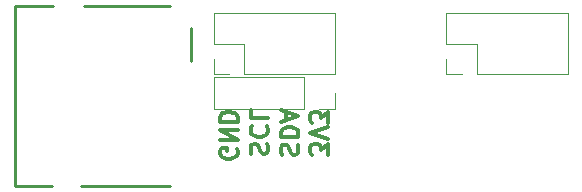
<source format=gbo>
%TF.GenerationSoftware,KiCad,Pcbnew,7.0.1*%
%TF.CreationDate,2023-07-08T21:15:05-04:00*%
%TF.ProjectId,cdm324_exp,63646d33-3234-45f6-9578-702e6b696361,rev?*%
%TF.SameCoordinates,Original*%
%TF.FileFunction,Legend,Bot*%
%TF.FilePolarity,Positive*%
%FSLAX46Y46*%
G04 Gerber Fmt 4.6, Leading zero omitted, Abs format (unit mm)*
G04 Created by KiCad (PCBNEW 7.0.1) date 2023-07-08 21:15:05*
%MOMM*%
%LPD*%
G01*
G04 APERTURE LIST*
%ADD10C,0.300000*%
%ADD11C,0.120000*%
%ADD12C,0.254000*%
G04 APERTURE END LIST*
D10*
X108333571Y-108128570D02*
X108333571Y-107199998D01*
X108333571Y-107199998D02*
X107762142Y-107699998D01*
X107762142Y-107699998D02*
X107762142Y-107485713D01*
X107762142Y-107485713D02*
X107690714Y-107342856D01*
X107690714Y-107342856D02*
X107619285Y-107271427D01*
X107619285Y-107271427D02*
X107476428Y-107199998D01*
X107476428Y-107199998D02*
X107119285Y-107199998D01*
X107119285Y-107199998D02*
X106976428Y-107271427D01*
X106976428Y-107271427D02*
X106905000Y-107342856D01*
X106905000Y-107342856D02*
X106833571Y-107485713D01*
X106833571Y-107485713D02*
X106833571Y-107914284D01*
X106833571Y-107914284D02*
X106905000Y-108057141D01*
X106905000Y-108057141D02*
X106976428Y-108128570D01*
X108333571Y-106771427D02*
X106833571Y-106271427D01*
X106833571Y-106271427D02*
X108333571Y-105771427D01*
X108333571Y-105414285D02*
X108333571Y-104485713D01*
X108333571Y-104485713D02*
X107762142Y-104985713D01*
X107762142Y-104985713D02*
X107762142Y-104771428D01*
X107762142Y-104771428D02*
X107690714Y-104628571D01*
X107690714Y-104628571D02*
X107619285Y-104557142D01*
X107619285Y-104557142D02*
X107476428Y-104485713D01*
X107476428Y-104485713D02*
X107119285Y-104485713D01*
X107119285Y-104485713D02*
X106976428Y-104557142D01*
X106976428Y-104557142D02*
X106905000Y-104628571D01*
X106905000Y-104628571D02*
X106833571Y-104771428D01*
X106833571Y-104771428D02*
X106833571Y-105199999D01*
X106833571Y-105199999D02*
X106905000Y-105342856D01*
X106905000Y-105342856D02*
X106976428Y-105414285D01*
X104405000Y-108128570D02*
X104333571Y-107914285D01*
X104333571Y-107914285D02*
X104333571Y-107557142D01*
X104333571Y-107557142D02*
X104405000Y-107414285D01*
X104405000Y-107414285D02*
X104476428Y-107342856D01*
X104476428Y-107342856D02*
X104619285Y-107271427D01*
X104619285Y-107271427D02*
X104762142Y-107271427D01*
X104762142Y-107271427D02*
X104905000Y-107342856D01*
X104905000Y-107342856D02*
X104976428Y-107414285D01*
X104976428Y-107414285D02*
X105047857Y-107557142D01*
X105047857Y-107557142D02*
X105119285Y-107842856D01*
X105119285Y-107842856D02*
X105190714Y-107985713D01*
X105190714Y-107985713D02*
X105262142Y-108057142D01*
X105262142Y-108057142D02*
X105405000Y-108128570D01*
X105405000Y-108128570D02*
X105547857Y-108128570D01*
X105547857Y-108128570D02*
X105690714Y-108057142D01*
X105690714Y-108057142D02*
X105762142Y-107985713D01*
X105762142Y-107985713D02*
X105833571Y-107842856D01*
X105833571Y-107842856D02*
X105833571Y-107485713D01*
X105833571Y-107485713D02*
X105762142Y-107271427D01*
X104333571Y-106628571D02*
X105833571Y-106628571D01*
X105833571Y-106628571D02*
X105833571Y-106271428D01*
X105833571Y-106271428D02*
X105762142Y-106057142D01*
X105762142Y-106057142D02*
X105619285Y-105914285D01*
X105619285Y-105914285D02*
X105476428Y-105842856D01*
X105476428Y-105842856D02*
X105190714Y-105771428D01*
X105190714Y-105771428D02*
X104976428Y-105771428D01*
X104976428Y-105771428D02*
X104690714Y-105842856D01*
X104690714Y-105842856D02*
X104547857Y-105914285D01*
X104547857Y-105914285D02*
X104405000Y-106057142D01*
X104405000Y-106057142D02*
X104333571Y-106271428D01*
X104333571Y-106271428D02*
X104333571Y-106628571D01*
X104762142Y-105199999D02*
X104762142Y-104485714D01*
X104333571Y-105342856D02*
X105833571Y-104842856D01*
X105833571Y-104842856D02*
X104333571Y-104342856D01*
X101855000Y-108057142D02*
X101783571Y-107842857D01*
X101783571Y-107842857D02*
X101783571Y-107485714D01*
X101783571Y-107485714D02*
X101855000Y-107342857D01*
X101855000Y-107342857D02*
X101926428Y-107271428D01*
X101926428Y-107271428D02*
X102069285Y-107199999D01*
X102069285Y-107199999D02*
X102212142Y-107199999D01*
X102212142Y-107199999D02*
X102355000Y-107271428D01*
X102355000Y-107271428D02*
X102426428Y-107342857D01*
X102426428Y-107342857D02*
X102497857Y-107485714D01*
X102497857Y-107485714D02*
X102569285Y-107771428D01*
X102569285Y-107771428D02*
X102640714Y-107914285D01*
X102640714Y-107914285D02*
X102712142Y-107985714D01*
X102712142Y-107985714D02*
X102855000Y-108057142D01*
X102855000Y-108057142D02*
X102997857Y-108057142D01*
X102997857Y-108057142D02*
X103140714Y-107985714D01*
X103140714Y-107985714D02*
X103212142Y-107914285D01*
X103212142Y-107914285D02*
X103283571Y-107771428D01*
X103283571Y-107771428D02*
X103283571Y-107414285D01*
X103283571Y-107414285D02*
X103212142Y-107199999D01*
X101926428Y-105700000D02*
X101855000Y-105771428D01*
X101855000Y-105771428D02*
X101783571Y-105985714D01*
X101783571Y-105985714D02*
X101783571Y-106128571D01*
X101783571Y-106128571D02*
X101855000Y-106342857D01*
X101855000Y-106342857D02*
X101997857Y-106485714D01*
X101997857Y-106485714D02*
X102140714Y-106557143D01*
X102140714Y-106557143D02*
X102426428Y-106628571D01*
X102426428Y-106628571D02*
X102640714Y-106628571D01*
X102640714Y-106628571D02*
X102926428Y-106557143D01*
X102926428Y-106557143D02*
X103069285Y-106485714D01*
X103069285Y-106485714D02*
X103212142Y-106342857D01*
X103212142Y-106342857D02*
X103283571Y-106128571D01*
X103283571Y-106128571D02*
X103283571Y-105985714D01*
X103283571Y-105985714D02*
X103212142Y-105771428D01*
X103212142Y-105771428D02*
X103140714Y-105700000D01*
X101783571Y-104342857D02*
X101783571Y-105057143D01*
X101783571Y-105057143D02*
X103283571Y-105057143D01*
X100612142Y-107628571D02*
X100683571Y-107771429D01*
X100683571Y-107771429D02*
X100683571Y-107985714D01*
X100683571Y-107985714D02*
X100612142Y-108200000D01*
X100612142Y-108200000D02*
X100469285Y-108342857D01*
X100469285Y-108342857D02*
X100326428Y-108414286D01*
X100326428Y-108414286D02*
X100040714Y-108485714D01*
X100040714Y-108485714D02*
X99826428Y-108485714D01*
X99826428Y-108485714D02*
X99540714Y-108414286D01*
X99540714Y-108414286D02*
X99397857Y-108342857D01*
X99397857Y-108342857D02*
X99255000Y-108200000D01*
X99255000Y-108200000D02*
X99183571Y-107985714D01*
X99183571Y-107985714D02*
X99183571Y-107842857D01*
X99183571Y-107842857D02*
X99255000Y-107628571D01*
X99255000Y-107628571D02*
X99326428Y-107557143D01*
X99326428Y-107557143D02*
X99826428Y-107557143D01*
X99826428Y-107557143D02*
X99826428Y-107842857D01*
X99183571Y-106914286D02*
X100683571Y-106914286D01*
X100683571Y-106914286D02*
X99183571Y-106057143D01*
X99183571Y-106057143D02*
X100683571Y-106057143D01*
X99183571Y-105342857D02*
X100683571Y-105342857D01*
X100683571Y-105342857D02*
X100683571Y-104985714D01*
X100683571Y-104985714D02*
X100612142Y-104771428D01*
X100612142Y-104771428D02*
X100469285Y-104628571D01*
X100469285Y-104628571D02*
X100326428Y-104557142D01*
X100326428Y-104557142D02*
X100040714Y-104485714D01*
X100040714Y-104485714D02*
X99826428Y-104485714D01*
X99826428Y-104485714D02*
X99540714Y-104557142D01*
X99540714Y-104557142D02*
X99397857Y-104628571D01*
X99397857Y-104628571D02*
X99255000Y-104771428D01*
X99255000Y-104771428D02*
X99183571Y-104985714D01*
X99183571Y-104985714D02*
X99183571Y-105342857D01*
D11*
%TO.C,J6*%
X98650000Y-104230000D02*
X98650000Y-101570000D01*
X106330000Y-104230000D02*
X98650000Y-104230000D01*
X106330000Y-104230000D02*
X106330000Y-101570000D01*
X107600000Y-104230000D02*
X108930000Y-104230000D01*
X108930000Y-104230000D02*
X108930000Y-102900000D01*
X106330000Y-101570000D02*
X98650000Y-101570000D01*
D12*
%TO.C,J5*%
X94952000Y-110770000D02*
X87459000Y-110770000D01*
X81872000Y-110769000D02*
X81872000Y-95529000D01*
X84933000Y-110769000D02*
X81872000Y-110769000D01*
X96730000Y-100229000D02*
X96730000Y-97435000D01*
X81872000Y-95529000D02*
X84933000Y-95529000D01*
X84933000Y-95529000D02*
X85019000Y-95529000D01*
X87681000Y-95529000D02*
X94969000Y-95529000D01*
D11*
%TO.C,J2*%
X128650000Y-96130000D02*
X128650000Y-101330000D01*
X118370000Y-96130000D02*
X128650000Y-96130000D01*
X118370000Y-96130000D02*
X118370000Y-98730000D01*
X120970000Y-98730000D02*
X120970000Y-101330000D01*
X118370000Y-98730000D02*
X120970000Y-98730000D01*
X118370000Y-100000000D02*
X118370000Y-101330000D01*
X120970000Y-101330000D02*
X128650000Y-101330000D01*
X118370000Y-101330000D02*
X119700000Y-101330000D01*
%TO.C,J1*%
X108950000Y-96130000D02*
X108950000Y-101330000D01*
X98670000Y-96130000D02*
X108950000Y-96130000D01*
X98670000Y-96130000D02*
X98670000Y-98730000D01*
X101270000Y-98730000D02*
X101270000Y-101330000D01*
X98670000Y-98730000D02*
X101270000Y-98730000D01*
X98670000Y-100000000D02*
X98670000Y-101330000D01*
X101270000Y-101330000D02*
X108950000Y-101330000D01*
X98670000Y-101330000D02*
X100000000Y-101330000D01*
%TD*%
M02*

</source>
